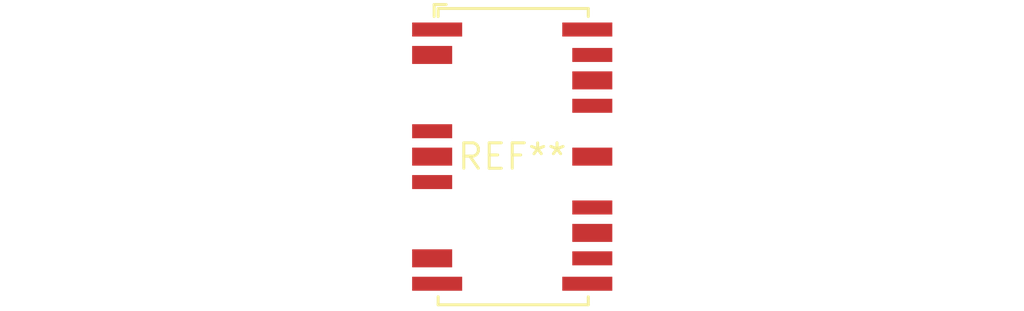
<source format=kicad_pcb>
(kicad_pcb (version 20240108) (generator pcbnew)
  (layers (0 "F.Cu" signal) (31 "B.Cu" signal) (34 "B.Paste" user) (35 "F.Paste" user) (36 "B.SilkS" user "B.Silkscreen") (37 "F.SilkS" user "F.Silkscreen") (38 "B.Mask" user) (39 "F.Mask" user) (44 "Edge.Cuts" user))
  (net 0 "")
  (footprint "Relay_SPDT_AXICOM_HF3Series_50ohms_Pitch1.27mm" (layer "F.Cu") (at 0 0)
    (property "Reference" "REF**")
    (property "Value" "Relay_SPDT_AXICOM_HF3Series_50ohms_Pitch1.27mm")
    (fp_line (start -3.9 -7.6) (end -3.4 -7.6) (layer "F.SilkS") (stroke (width 0.15)))
    (fp_line (start -3.9 -7) (end -3.9 -7.6) (layer "F.SilkS") (stroke (width 0.15)))
    (fp_line (start -3.7 -7.4) (end -3.7 -7) (layer "F.SilkS") (stroke (width 0.15)))
    (fp_line (start -3.7 7.4) (end -3.7 7) (layer "F.SilkS") (stroke (width 0.15)))
    (fp_line (start -3.4 -7.6) (end -3.3 -7.6) (layer "F.SilkS") (stroke (width 0.15)))
    (fp_line (start 3.8 -7.4) (end -3.7 -7.4) (layer "F.SilkS") (stroke (width 0.15)))
    (fp_line (start 3.8 -7) (end 3.8 -7.4) (layer "F.SilkS") (stroke (width 0.15)))
    (fp_line (start 3.8 7.1) (end 3.8 7) (layer "F.SilkS") (stroke (width 0.15)))
    (fp_line (start 3.8 7.1) (end 3.8 7.4) (layer "F.SilkS") (stroke (width 0.15)))
    (fp_line (start 3.8 7.4) (end -3.7 7.4) (layer "F.SilkS") (stroke (width 0.15)))
    (pad "1" smd rect (at -3.75 -6.35) (size 2.5 0.7) (layers "F.Cu" "F.Paste" "F.Mask"))
    (pad "2" smd rect (at -4 -5.08) (size 2 0.9) (layers "F.Cu" "F.Paste" "F.Mask"))
    (pad "5" smd rect (at -4 -1.27) (size 2 0.7) (layers "F.Cu" "F.Paste" "F.Mask"))
    (pad "6" smd rect (at -4 0) (size 2 0.9) (layers "F.Cu" "F.Paste" "F.Mask"))
    (pad "7" smd rect (at -4 1.27) (size 2 0.7) (layers "F.Cu" "F.Paste" "F.Mask"))
    (pad "10" smd rect (at -4 5.08) (size 2 0.9) (layers "F.Cu" "F.Paste" "F.Mask"))
    (pad "11" smd rect (at -3.75 6.35) (size 2.5 0.7) (layers "F.Cu" "F.Paste" "F.Mask"))
    (pad "12" smd rect (at 3.75 6.35) (size 2.5 0.7) (layers "F.Cu" "F.Paste" "F.Mask"))
    (pad "13" smd rect (at 4 5.08) (size 2 0.7) (layers "F.Cu" "F.Paste" "F.Mask"))
    (pad "14" smd rect (at 4 3.81) (size 2 0.9) (layers "F.Cu" "F.Paste" "F.Mask"))
    (pad "15" smd rect (at 4 2.54) (size 2 0.7) (layers "F.Cu" "F.Paste" "F.Mask"))
    (pad "17" smd rect (at 4 0) (size 2 0.9) (layers "F.Cu" "F.Paste" "F.Mask"))
    (pad "19" smd rect (at 4 -2.54) (size 2 0.7) (layers "F.Cu" "F.Paste" "F.Mask"))
    (pad "20" smd rect (at 4 -3.81) (size 2 0.9) (layers "F.Cu" "F.Paste" "F.Mask"))
    (pad "21" smd rect (at 4 -5.08) (size 2 0.7) (layers "F.Cu" "F.Paste" "F.Mask"))
    (pad "22" smd rect (at 3.75 -6.35) (size 2.5 0.7) (layers "F.Cu" "F.Paste" "F.Mask"))
  )
)
</source>
